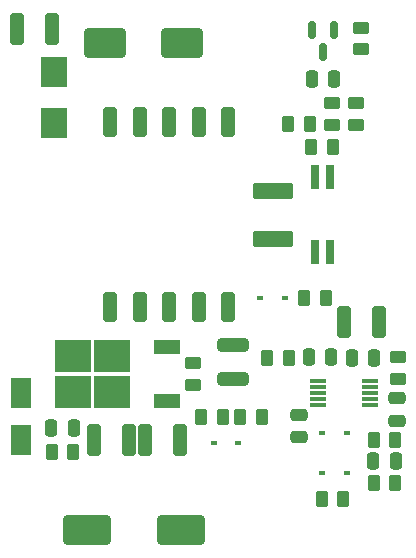
<source format=gtp>
G04 #@! TF.GenerationSoftware,KiCad,Pcbnew,6.0.1-79c1e3a40b~116~ubuntu20.04.1*
G04 #@! TF.CreationDate,2022-02-11T17:49:30+01:00*
G04 #@! TF.ProjectId,Feeder,46656564-6572-42e6-9b69-6361645f7063,rev?*
G04 #@! TF.SameCoordinates,Original*
G04 #@! TF.FileFunction,Paste,Top*
G04 #@! TF.FilePolarity,Positive*
%FSLAX46Y46*%
G04 Gerber Fmt 4.6, Leading zero omitted, Abs format (unit mm)*
G04 Created by KiCad (PCBNEW 6.0.1-79c1e3a40b~116~ubuntu20.04.1) date 2022-02-11 17:49:30*
%MOMM*%
%LPD*%
G01*
G04 APERTURE LIST*
G04 Aperture macros list*
%AMRoundRect*
0 Rectangle with rounded corners*
0 $1 Rounding radius*
0 $2 $3 $4 $5 $6 $7 $8 $9 X,Y pos of 4 corners*
0 Add a 4 corners polygon primitive as box body*
4,1,4,$2,$3,$4,$5,$6,$7,$8,$9,$2,$3,0*
0 Add four circle primitives for the rounded corners*
1,1,$1+$1,$2,$3*
1,1,$1+$1,$4,$5*
1,1,$1+$1,$6,$7*
1,1,$1+$1,$8,$9*
0 Add four rect primitives between the rounded corners*
20,1,$1+$1,$2,$3,$4,$5,0*
20,1,$1+$1,$4,$5,$6,$7,0*
20,1,$1+$1,$6,$7,$8,$9,0*
20,1,$1+$1,$8,$9,$2,$3,0*%
G04 Aperture macros list end*
%ADD10RoundRect,0.250000X0.250000X0.475000X-0.250000X0.475000X-0.250000X-0.475000X0.250000X-0.475000X0*%
%ADD11RoundRect,0.305000X-0.305000X-0.965000X0.305000X-0.965000X0.305000X0.965000X-0.305000X0.965000X0*%
%ADD12RoundRect,0.250000X-0.325000X-1.100000X0.325000X-1.100000X0.325000X1.100000X-0.325000X1.100000X0*%
%ADD13RoundRect,0.250000X-1.750000X-1.000000X1.750000X-1.000000X1.750000X1.000000X-1.750000X1.000000X0*%
%ADD14RoundRect,0.250000X-0.450000X0.262500X-0.450000X-0.262500X0.450000X-0.262500X0.450000X0.262500X0*%
%ADD15RoundRect,0.250000X-0.262500X-0.450000X0.262500X-0.450000X0.262500X0.450000X-0.262500X0.450000X0*%
%ADD16RoundRect,0.250000X0.450000X-0.262500X0.450000X0.262500X-0.450000X0.262500X-0.450000X-0.262500X0*%
%ADD17R,0.600000X0.450000*%
%ADD18RoundRect,0.250000X-0.475000X0.250000X-0.475000X-0.250000X0.475000X-0.250000X0.475000X0.250000X0*%
%ADD19RoundRect,0.249999X1.450001X-0.450001X1.450001X0.450001X-1.450001X0.450001X-1.450001X-0.450001X0*%
%ADD20R,1.800000X2.500000*%
%ADD21RoundRect,0.250000X0.262500X0.450000X-0.262500X0.450000X-0.262500X-0.450000X0.262500X-0.450000X0*%
%ADD22RoundRect,0.250000X-0.250000X-0.475000X0.250000X-0.475000X0.250000X0.475000X-0.250000X0.475000X0*%
%ADD23R,1.400000X0.300000*%
%ADD24RoundRect,0.150000X-0.150000X0.587500X-0.150000X-0.587500X0.150000X-0.587500X0.150000X0.587500X0*%
%ADD25R,2.300000X2.500000*%
%ADD26RoundRect,0.250000X0.325000X1.100000X-0.325000X1.100000X-0.325000X-1.100000X0.325000X-1.100000X0*%
%ADD27RoundRect,0.250000X-1.500000X-1.000000X1.500000X-1.000000X1.500000X1.000000X-1.500000X1.000000X0*%
%ADD28R,0.640000X2.000000*%
%ADD29RoundRect,0.250000X-1.075000X0.312500X-1.075000X-0.312500X1.075000X-0.312500X1.075000X0.312500X0*%
%ADD30R,3.050000X2.750000*%
%ADD31R,2.200000X1.200000*%
G04 APERTURE END LIST*
D10*
X82150000Y-64400000D03*
X80250000Y-64400000D03*
D11*
X68000000Y-51300000D03*
X65500000Y-51300000D03*
X63000000Y-51300000D03*
X60500000Y-51300000D03*
X58000000Y-51300000D03*
X58000000Y-35700000D03*
X60500000Y-35700000D03*
X63000000Y-35700000D03*
X65500000Y-35700000D03*
X68000000Y-35700000D03*
D12*
X60925000Y-62600000D03*
X63875000Y-62600000D03*
D13*
X56000000Y-70200000D03*
X64000000Y-70200000D03*
D14*
X65000000Y-56087500D03*
X65000000Y-57912500D03*
D15*
X75887500Y-67600000D03*
X77712500Y-67600000D03*
X80287500Y-62600000D03*
X82112500Y-62600000D03*
D16*
X82325489Y-57424511D03*
X82325489Y-55599511D03*
D17*
X72800000Y-50600000D03*
X70700000Y-50600000D03*
D15*
X73087500Y-35800000D03*
X74912500Y-35800000D03*
D18*
X82275489Y-59049511D03*
X82275489Y-60949511D03*
D10*
X54900000Y-61600000D03*
X53000000Y-61600000D03*
D19*
X71800000Y-45575000D03*
X71800000Y-41475000D03*
D20*
X50400000Y-62600000D03*
X50400000Y-58600000D03*
D15*
X53037500Y-63600000D03*
X54862500Y-63600000D03*
D21*
X70825000Y-60631250D03*
X69000000Y-60631250D03*
D12*
X56612500Y-62600000D03*
X59562500Y-62600000D03*
D16*
X76800000Y-35912500D03*
X76800000Y-34087500D03*
D22*
X74825489Y-55599511D03*
X76725489Y-55599511D03*
D23*
X79975489Y-59599511D03*
X79975489Y-59099511D03*
X79975489Y-58599511D03*
X79975489Y-58099511D03*
X79975489Y-57599511D03*
X75575489Y-57599511D03*
X75575489Y-58099511D03*
X75575489Y-58599511D03*
X75575489Y-59099511D03*
X75575489Y-59599511D03*
D21*
X76825000Y-37800000D03*
X75000000Y-37800000D03*
D18*
X74000000Y-60450000D03*
X74000000Y-62350000D03*
D24*
X76950000Y-27862500D03*
X75050000Y-27862500D03*
X76000000Y-29737500D03*
D16*
X78800000Y-35912500D03*
X78800000Y-34087500D03*
D10*
X80350000Y-55600000D03*
X78450000Y-55600000D03*
D14*
X79200000Y-27687500D03*
X79200000Y-29512500D03*
D25*
X53200000Y-31450000D03*
X53200000Y-35750000D03*
D12*
X77800000Y-52600000D03*
X80750000Y-52600000D03*
D15*
X80287500Y-66200000D03*
X82112500Y-66200000D03*
D17*
X68850000Y-62800000D03*
X66750000Y-62800000D03*
D26*
X53075000Y-27800000D03*
X50125000Y-27800000D03*
D27*
X57550000Y-29000000D03*
X64050000Y-29000000D03*
D28*
X76635000Y-40350000D03*
X75365000Y-40350000D03*
X75365000Y-46650000D03*
X76635000Y-46650000D03*
D17*
X75950000Y-62000000D03*
X78050000Y-62000000D03*
D29*
X68400000Y-54537500D03*
X68400000Y-57462500D03*
D21*
X76225000Y-50600000D03*
X74400000Y-50600000D03*
X67500000Y-60631250D03*
X65675000Y-60631250D03*
D30*
X58175000Y-55475000D03*
X58175000Y-58525000D03*
X54825000Y-58525000D03*
X54825000Y-55475000D03*
D31*
X62800000Y-59280000D03*
X62800000Y-54720000D03*
D21*
X73112500Y-55600000D03*
X71287500Y-55600000D03*
D17*
X75950000Y-65400000D03*
X78050000Y-65400000D03*
D22*
X75050000Y-32000000D03*
X76950000Y-32000000D03*
M02*

</source>
